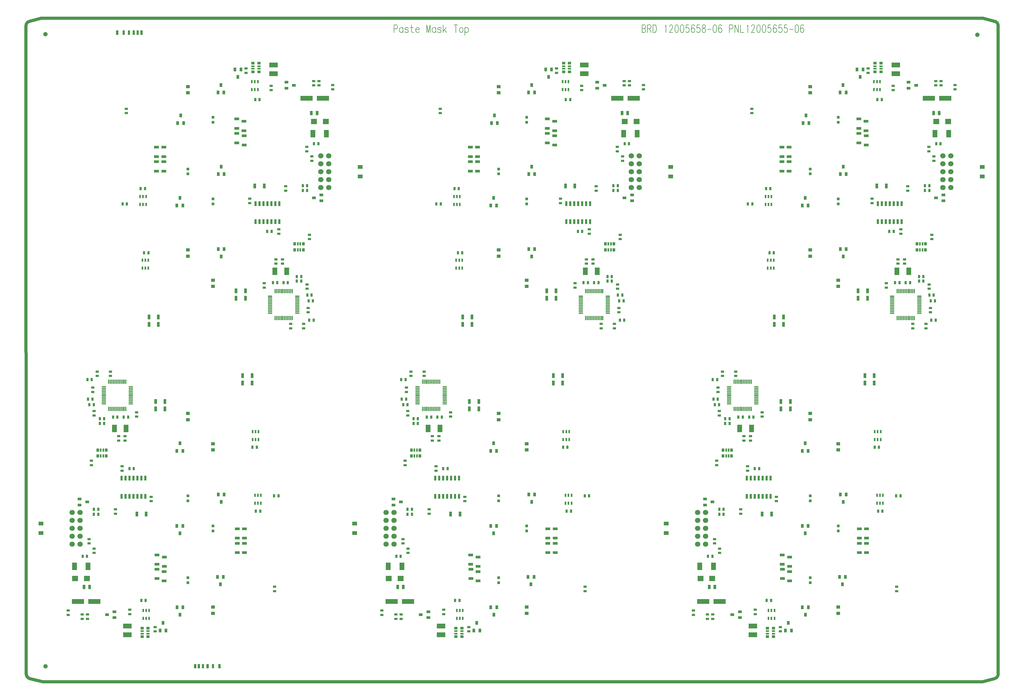
<source format=gbr>
*
G04 Job   : N:\Projects\COMUN\PSA\P07520_P2_Faceplate\C4_Not_Capacitive\12005658-18\panel_12005655\panel_12005655.pnl*
G04 User  : ESSECAE006:bolet001*
G04 Layer : 12005655-06-g11.gbr*
G04 Date  : Thu Mar 12 09:05:55 2020*
G04 equiv. Boardstation g11*
G04 Expedition Layer: Solder Paste - Top*
%ICAS*%
%MOIN*%
%FSDAX24Y24*%
%OFA0.0000B0.0000*%
G90*
G74*
%AMVB_RECTANGLE*
21,1,$1,$2,0,0,$3*
%
%ADD11C,0.00591*%
%ADD10C,0.03937*%
%ADD72C,0.06693*%
%ADD21VB_RECTANGLE,0.03150X0.03150X0.00000*%
%ADD12VB_RECTANGLE,0.03937X0.02756X0.00000*%
%ADD70VB_RECTANGLE,0.03937X0.02756X270.00000*%
%ADD15VB_RECTANGLE,0.04331X0.01772X180.00000*%
%ADD30VB_RECTANGLE,0.04331X0.01772X90.00000*%
%ADD19VB_RECTANGLE,0.04331X0.01969X270.00000*%
%ADD16VB_RECTANGLE,0.04331X0.03150X180.00000*%
%ADD31VB_RECTANGLE,0.04331X0.03150X90.00000*%
%ADD29VB_RECTANGLE,0.04724X0.03150X180.00000*%
%ADD17VB_RECTANGLE,0.04724X0.03150X90.00000*%
%ADD13VB_RECTANGLE,0.04724X0.03937X0.00000*%
%ADD23VB_RECTANGLE,0.05118X0.01181X180.00000*%
%ADD22VB_RECTANGLE,0.05118X0.01181X90.00000*%
%ADD28VB_RECTANGLE,0.05118X0.03150X90.00000*%
%ADD71VB_RECTANGLE,0.05906X0.03150X180.00000*%
%ADD14VB_RECTANGLE,0.05906X0.03150X270.00000*%
%ADD20VB_RECTANGLE,0.05906X0.04724X180.00000*%
%ADD73VB_RECTANGLE,0.06299X0.02362X270.00000*%
%ADD24VB_RECTANGLE,0.06299X0.09449X180.00000*%
%ADD25VB_RECTANGLE,0.07480X0.06693X0.00000*%
%ADD27VB_RECTANGLE,0.09055X0.06299X270.00000*%
%ADD18VB_RECTANGLE,0.10630X0.06299X0.00000*%
%ADD26VB_RECTANGLE,0.15157X0.06299X0.00000*%
G01*
G36*
X-110218Y079424D02*
Y079668D01*
X-110462*
G02X-110464Y079707I000283J000039*
X-110179Y079992I000285*
X-110139Y079990J000285*
G01Y079746*
X-109896*
G02X-109893Y079707I000283J000039*
X-110179Y079422I000286*
X-110218Y079424J000285*
G01Y079990D02*
Y079746D01*
X-110462*
G03X-110464Y079707I000283J000039*
X-110179Y079422I000285*
X-110139Y079424J000285*
G01Y079668*
X-109896*
G03X-109893Y079707I000283J000039*
X-110179Y079992I000286*
X-110218Y079990J000285*
G01X-110211Y-000339D02*
Y-000095D01*
X-110454*
G02X-110457Y-000056I000282J000039*
X-110172Y000229I000285*
X-110132Y000227J000285*
G01Y-000017*
X-109889*
G02X-109886Y-000056I000283J000039*
X-110172Y-000341I000286*
X-110211Y-000339J000285*
G01Y000227D02*
Y-000017D01*
X-110454*
G03X-110457Y-000056I000282J000039*
X-110172Y-000341I000285*
X-110132Y-000339J000285*
G01Y-000095*
X-109889*
G03X-109886Y-000056I000283J000039*
X-110172Y000229I000286*
X-110211Y000227J000285*
G01X-101269Y079626D02*
X-100993D01*
Y080177*
X-101269*
Y079626*
X-100442D02*
X-100167D01*
Y080177*
X-100442*
Y079626*
X-099773D02*
X-099497D01*
Y080177*
X-099773*
Y079626*
X-099182D02*
X-098907D01*
Y080177*
X-099182*
Y079626*
X-098671D02*
X-098395D01*
Y080177*
X-098671*
Y079626*
X-098198D02*
X-097923D01*
Y080177*
X-098198*
Y079626*
X-091435Y-000324D02*
X-091160D01*
Y000228*
X-091435*
Y-000324*
X-090963D02*
X-090687D01*
Y000228*
X-090963*
Y-000324*
X-090451D02*
X-090175D01*
Y000228*
X-090451*
Y-000324*
X-089861D02*
X-089585D01*
Y000228*
X-089861*
Y-000324*
X-089191D02*
X-088916D01*
Y000228*
X-089191*
Y-000324*
X-088364D02*
X-088089D01*
Y000228*
X-088364*
Y-000324*
X007331Y079353D02*
Y079596D01*
X007088*
G02X007085Y079635I000282J000039*
X007370Y079921I000285*
X007410Y079918J000286*
G01Y079675*
X007653*
G02X007656Y079635I000283J000040*
X007370Y079350I000286*
X007331Y079353J000285*
G01Y079918D02*
Y079675D01*
X007088*
G03X007085Y079635I000282J000040*
X007370Y079350I000285*
X007410Y079353J000285*
G01Y079596*
X007653*
G03X007656Y079635I000283J000039*
X007370Y079921I000286*
X007331Y079918J000286*
G37*
G54D10*
G01X009563Y-001602D02*
X008151Y-001987D01*
G02X007995Y-002008I000156J000570*
G01X-110504*
G02X-110658Y-001987J000591*
G01X-112161Y-001602*
G02X-112598Y-001032I000154J000570*
G01Y-001031*
X-112638Y080764*
G02X-112197Y081335I000591J000001*
G01X-110697Y081713*
G02X-110546Y081732I000151J000571*
X-110543J000590*
G01X007953*
G02X008102Y081713I000002J000590*
G01X009563Y081339*
G02X010000Y080768I000154J000571*
G01Y-001031*
Y-001032*
G02X009563Y-001602I000591*
G54D11*
G01X-066218Y079921D02*
Y080905D01*
X-065936*
X-065842Y080846*
X-065811Y080801*
X-065780Y080712*
Y080577*
X-065811Y080473*
X-065842Y080428*
X-065936Y080384*
X-066218*
X-065091Y080428D02*
X-065164Y080518D01*
X-065237Y080563*
X-065352*
X-065425Y080518*
X-065498Y080428*
X-065529Y080294*
Y080190*
X-065498Y080055*
X-065425Y079966*
X-065352Y079921*
X-065237*
X-065164Y079966*
X-065091Y080055*
Y080563D02*
Y079921D01*
X-064402Y080428D02*
X-064443Y080518D01*
X-064558Y080563*
X-064684*
X-064809Y080518*
X-064840Y080428*
X-064809Y080339*
X-064725Y080294*
X-064527Y080249*
X-064443Y080190*
X-064402Y080100*
Y080055*
X-064443Y079966*
X-064558Y079921*
X-064684*
X-064809Y079966*
X-064840Y080055*
X-064151Y080563D02*
X-063765D01*
X-063995Y080891D02*
Y080100D01*
X-063932Y079966*
X-063817Y079921*
X-063713*
X-063462Y080294D02*
X-063024D01*
Y080384*
X-063055Y080473*
X-063097Y080518*
X-063170Y080563*
X-063285*
X-063358Y080518*
X-063431Y080428*
X-063462Y080294*
Y080190*
X-063431Y080055*
X-063358Y079966*
X-063285Y079921*
X-063170*
X-063097Y079966*
X-063024Y080055*
X-062084Y079921D02*
Y080905D01*
X-061865Y079921*
X-061646Y080905*
Y079921*
X-060957Y080428D02*
X-061030Y080518D01*
X-061103Y080563*
X-061218*
X-061291Y080518*
X-061364Y080428*
X-061395Y080294*
Y080190*
X-061364Y080055*
X-061291Y079966*
X-061218Y079921*
X-061103*
X-061030Y079966*
X-060957Y080055*
Y080563D02*
Y079921D01*
X-060268Y080428D02*
X-060310Y080518D01*
X-060424Y080563*
X-060550*
X-060675Y080518*
X-060706Y080428*
X-060675Y080339*
X-060591Y080294*
X-060393Y080249*
X-060310Y080190*
X-060268Y080100*
Y080055*
X-060310Y079966*
X-060424Y079921*
X-060550*
X-060675Y079966*
X-060706Y080055*
X-060017Y080891D02*
Y079921D01*
X-059861Y080294D02*
X-059579Y079921D01*
X-059621Y080563D02*
X-060017Y080100D01*
X-058639Y080905D02*
X-058201D01*
X-058420D02*
Y079921D01*
X-057783Y080563D02*
X-057857Y080518D01*
X-057919Y080428*
X-057950Y080294*
Y080190*
X-057919Y080055*
X-057857Y079966*
X-057783Y079921*
X-057679*
X-057616Y079966*
X-057543Y080055*
X-057512Y080190*
Y080294*
X-057543Y080428*
X-057616Y080518*
X-057679Y080563*
X-057783*
X-057262Y080428D02*
X-057199Y080518D01*
X-057115Y080563*
X-057011*
X-056938Y080518*
X-056854Y080428*
X-056823Y080294*
Y080190*
X-056854Y080055*
X-056938Y079966*
X-057011Y079921*
X-057115*
X-057199Y079966*
X-057262Y080055*
Y080563D02*
Y079593D01*
X-034918Y080428D02*
X-034637D01*
X-034543Y080384*
X-034511Y080339*
X-034480Y080249*
Y080100*
X-034511Y080011*
X-034543Y079966*
X-034637Y079921*
X-034918*
Y080905*
X-034637*
X-034543Y080846*
X-034511Y080801*
X-034480Y080712*
Y080622*
X-034511Y080533*
X-034543Y080473*
X-034637Y080428*
X-034229Y079921D02*
Y080905D01*
X-033948*
X-033854Y080846*
X-033822Y080801*
X-033791Y080712*
Y080622*
X-033822Y080533*
X-033854Y080473*
X-033948Y080428*
X-034229*
X-034010D02*
X-033791Y079921D01*
X-033540Y080905D02*
X-033321D01*
X-033227Y080846*
X-033165Y080756*
X-033133Y080667*
X-033102Y080533*
Y080294*
X-033133Y080160*
X-033165Y080055*
X-033227Y079966*
X-033321Y079921*
X-033540*
Y080905*
X-031996Y080712D02*
X-031954Y080756D01*
X-031902Y080891*
Y079921*
X-031442Y080667D02*
Y080712D01*
X-031411Y080801*
X-031380Y080846*
X-031317Y080905*
X-031192*
X-031129Y080846*
X-031098Y080801*
X-031066Y080712*
Y080622*
X-031098Y080533*
X-031160Y080384*
X-031474Y079921*
X-031035*
X-030597Y080891D02*
X-030691Y080846D01*
X-030753Y080712*
X-030785Y080473*
Y080339*
X-030753Y080100*
X-030691Y079966*
X-030597Y079921*
X-030534*
X-030440Y079966*
X-030377Y080100*
X-030346Y080339*
Y080473*
X-030377Y080712*
X-030440Y080846*
X-030534Y080891*
X-030597*
X-029908D02*
X-030002Y080846D01*
X-030064Y080712*
X-030096Y080473*
Y080339*
X-030064Y080100*
X-030002Y079966*
X-029908Y079921*
X-029845*
X-029751Y079966*
X-029689Y080100*
X-029657Y080339*
Y080473*
X-029689Y080712*
X-029751Y080846*
X-029845Y080891*
X-029908*
X-029031D02*
X-029344D01*
X-029375Y080473*
X-029344Y080518*
X-029250Y080563*
X-029156*
X-029062Y080518*
X-029000Y080428*
X-028968Y080294*
Y080190*
X-029000Y080055*
X-029062Y079966*
X-029156Y079921*
X-029250*
X-029344Y079966*
X-029375Y080011*
X-029407Y080100*
X-028311Y080756D02*
X-028342Y080846D01*
X-028446Y080891*
X-028519*
X-028624Y080846*
X-028686Y080712*
X-028718Y080473*
Y080249*
X-028686Y080055*
X-028624Y079966*
X-028519Y079921*
X-028488*
X-028384Y079966*
X-028311Y080055*
X-028279Y080190*
Y080249*
X-028311Y080384*
X-028384Y080473*
X-028488Y080518*
X-028519*
X-028624Y080473*
X-028686Y080384*
X-028718Y080249*
X-027653Y080891D02*
X-027966D01*
X-027997Y080473*
X-027966Y080518*
X-027872Y080563*
X-027778*
X-027684Y080518*
X-027622Y080428*
X-027590Y080294*
Y080190*
X-027622Y080055*
X-027684Y079966*
X-027778Y079921*
X-027872*
X-027966Y079966*
X-027997Y080011*
X-028029Y080100*
X-027183Y080891D02*
X-027277Y080846D01*
X-027308Y080756*
Y080667*
X-027277Y080563*
X-027215Y080518*
X-027089Y080473*
X-026995Y080428*
X-026933Y080339*
X-026901Y080249*
Y080100*
X-026933Y080011*
X-026964Y079966*
X-027058Y079921*
X-027183*
X-027277Y079966*
X-027308Y080011*
X-027340Y080100*
Y080249*
X-027308Y080339*
X-027246Y080428*
X-027152Y080473*
X-027027Y080518*
X-026964Y080563*
X-026933Y080667*
Y080756*
X-026964Y080846*
X-027058Y080891*
X-027183*
X-026651Y080339D02*
X-026212D01*
X-025774Y080891D02*
X-025868Y080846D01*
X-025931Y080712*
X-025962Y080473*
Y080339*
X-025931Y080100*
X-025868Y079966*
X-025774Y079921*
X-025711*
X-025617Y079966*
X-025555Y080100*
X-025523Y080339*
Y080473*
X-025555Y080712*
X-025617Y080846*
X-025711Y080891*
X-025774*
X-024866Y080756D02*
X-024897Y080846D01*
X-025001Y080891*
X-025075*
X-025179Y080846*
X-025242Y080712*
X-025273Y080473*
Y080249*
X-025242Y080055*
X-025179Y079966*
X-025075Y079921*
X-025043*
X-024939Y079966*
X-024866Y080055*
X-024834Y080190*
Y080249*
X-024866Y080384*
X-024939Y080473*
X-025043Y080518*
X-025075*
X-025179Y080473*
X-025242Y080384*
X-025273Y080249*
X-023895Y079921D02*
Y080905D01*
X-023613*
X-023519Y080846*
X-023488Y080801*
X-023457Y080712*
Y080577*
X-023488Y080473*
X-023519Y080428*
X-023613Y080384*
X-023895*
X-023206Y079921D02*
Y080905D01*
X-022768Y079921*
Y080905*
X-022517D02*
Y079921D01*
X-022079*
X-021661Y080712D02*
X-021619Y080756D01*
X-021567Y080891*
Y079921*
X-021108Y080667D02*
Y080712D01*
X-021077Y080801*
X-021045Y080846*
X-020983Y080905*
X-020857*
X-020795Y080846*
X-020763Y080801*
X-020732Y080712*
Y080622*
X-020763Y080533*
X-020826Y080384*
X-021139Y079921*
X-020701*
X-020262Y080891D02*
X-020356Y080846D01*
X-020419Y080712*
X-020450Y080473*
Y080339*
X-020419Y080100*
X-020356Y079966*
X-020262Y079921*
X-020200*
X-020106Y079966*
X-020043Y080100*
X-020012Y080339*
Y080473*
X-020043Y080712*
X-020106Y080846*
X-020200Y080891*
X-020262*
X-019573D02*
X-019667Y080846D01*
X-019730Y080712*
X-019761Y080473*
Y080339*
X-019730Y080100*
X-019667Y079966*
X-019573Y079921*
X-019511*
X-019417Y079966*
X-019354Y080100*
X-019323Y080339*
Y080473*
X-019354Y080712*
X-019417Y080846*
X-019511Y080891*
X-019573*
X-018696D02*
X-019010D01*
X-019041Y080473*
X-019010Y080518*
X-018916Y080563*
X-018822*
X-018728Y080518*
X-018665Y080428*
X-018634Y080294*
Y080190*
X-018665Y080055*
X-018728Y079966*
X-018822Y079921*
X-018916*
X-019010Y079966*
X-019041Y080011*
X-019072Y080100*
X-017976Y080756D02*
X-018007Y080846D01*
X-018112Y080891*
X-018185*
X-018289Y080846*
X-018352Y080712*
X-018383Y080473*
Y080249*
X-018352Y080055*
X-018289Y079966*
X-018185Y079921*
X-018154*
X-018049Y079966*
X-017976Y080055*
X-017945Y080190*
Y080249*
X-017976Y080384*
X-018049Y080473*
X-018154Y080518*
X-018185*
X-018289Y080473*
X-018352Y080384*
X-018383Y080249*
X-017319Y080891D02*
X-017632D01*
X-017663Y080473*
X-017632Y080518*
X-017538Y080563*
X-017444*
X-017350Y080518*
X-017287Y080428*
X-017256Y080294*
Y080190*
X-017287Y080055*
X-017350Y079966*
X-017444Y079921*
X-017538*
X-017632Y079966*
X-017663Y080011*
X-017694Y080100*
X-016630Y080891D02*
X-016943D01*
X-016974Y080473*
X-016943Y080518*
X-016849Y080563*
X-016755*
X-016661Y080518*
X-016598Y080428*
X-016567Y080294*
Y080190*
X-016598Y080055*
X-016661Y079966*
X-016755Y079921*
X-016849*
X-016943Y079966*
X-016974Y080011*
X-017005Y080100*
X-016316Y080339D02*
X-015878D01*
X-015440Y080891D02*
X-015533Y080846D01*
X-015596Y080712*
X-015627Y080473*
Y080339*
X-015596Y080100*
X-015533Y079966*
X-015440Y079921*
X-015377*
X-015283Y079966*
X-015220Y080100*
X-015189Y080339*
Y080473*
X-015220Y080712*
X-015283Y080846*
X-015377Y080891*
X-015440*
X-014531Y080756D02*
X-014563Y080846D01*
X-014667Y080891*
X-014740*
X-014845Y080846*
X-014907Y080712*
X-014938Y080473*
Y080249*
X-014907Y080055*
X-014845Y079966*
X-014740Y079921*
X-014709*
X-014604Y079966*
X-014531Y080055*
X-014500Y080190*
Y080249*
X-014531Y080384*
X-014604Y080473*
X-014709Y080518*
X-014740*
X-014845Y080473*
X-014907Y080384*
X-014938Y080249*
G54D12*
X-107311Y006438D03*
Y006989D03*
X-105559Y005931D03*
Y006482D03*
X-104890Y005931D03*
Y006482D03*
X-104671Y015443D03*
Y015995D03*
X-104382Y025339D03*
Y025890D03*
X-104213Y034564D03*
Y035116D03*
X-104058Y031594D03*
Y032145D03*
X-104028Y014253D03*
Y014804D03*
X-103648Y036587D03*
Y037138D03*
X-101988Y036583D03*
Y037135D03*
X-101359Y019207D03*
Y019759D03*
X-100957Y028438D03*
Y028989D03*
X-100497Y024641D03*
Y025192D03*
X-100130Y028426D03*
Y028977D03*
X-099961Y069745D03*
Y070296D03*
X-099531Y006536D03*
Y007087D03*
X-098672Y031442D03*
Y031993D03*
X-096846Y020784D03*
Y021335D03*
X-096350Y004351D03*
Y004902D03*
X-084894Y074831D03*
Y075382D03*
X-084398Y058398D03*
Y058949D03*
X-082572Y047740D03*
Y048291D03*
X-081713Y072646D03*
Y073197D03*
X-081284Y009437D03*
Y009988D03*
X-081115Y050756D03*
Y051307D03*
X-080748Y054541D03*
Y055092D03*
X-080288Y050744D03*
Y051295D03*
X-079886Y059974D03*
Y060526D03*
X-079256Y042598D03*
Y043150D03*
X-077597Y042595D03*
Y043146D03*
X-077217Y064929D03*
Y065480D03*
X-077187Y047588D03*
Y048139D03*
X-077032Y044617D03*
Y045169D03*
X-076863Y053843D03*
Y054394D03*
X-076573Y063738D03*
Y064290D03*
X-076355Y073251D03*
Y073802D03*
X-075686Y073251D03*
Y073802D03*
X-073934Y072744D03*
Y073295D03*
X-067732Y006438D03*
Y006989D03*
X-065980Y005931D03*
Y006482D03*
X-065311Y005931D03*
Y006482D03*
X-065092Y015443D03*
Y015995D03*
X-064803Y025339D03*
Y025890D03*
X-064634Y034564D03*
Y035116D03*
X-064479Y031594D03*
Y032145D03*
X-064449Y014253D03*
Y014804D03*
X-064069Y036587D03*
Y037138D03*
X-062409Y036583D03*
Y037135D03*
X-061780Y019207D03*
Y019759D03*
X-061378Y028438D03*
Y028989D03*
X-060918Y024641D03*
Y025192D03*
X-060551Y028426D03*
Y028977D03*
X-060382Y069745D03*
Y070296D03*
X-059953Y006536D03*
Y007087D03*
X-059094Y031442D03*
Y031993D03*
X-057268Y020784D03*
Y021335D03*
X-056772Y004351D03*
Y004902D03*
X-045709Y074831D03*
Y075382D03*
X-045213Y058398D03*
Y058949D03*
X-043387Y047740D03*
Y048291D03*
X-042528Y072646D03*
Y073197D03*
X-042099Y009437D03*
Y009988D03*
X-041929Y050756D03*
Y051307D03*
X-041563Y054541D03*
Y055092D03*
X-041103Y050744D03*
Y051295D03*
X-040701Y059974D03*
Y060526D03*
X-040071Y042598D03*
Y043150D03*
X-038411Y042595D03*
Y043146D03*
X-038032Y064929D03*
Y065480D03*
X-038001Y047588D03*
Y048139D03*
X-037846Y044617D03*
Y045169D03*
X-037677Y053843D03*
Y054394D03*
X-037388Y063738D03*
Y064290D03*
X-037170Y073251D03*
Y073802D03*
X-036500Y073251D03*
Y073802D03*
X-034748Y072744D03*
Y073295D03*
X-028429Y006438D03*
Y006989D03*
X-026677Y005931D03*
Y006482D03*
X-026007Y005931D03*
Y006482D03*
X-025789Y015443D03*
Y015995D03*
X-025500Y025339D03*
Y025890D03*
X-025331Y034564D03*
Y035116D03*
X-025176Y031594D03*
Y032145D03*
X-025145Y014253D03*
Y014804D03*
X-024766Y036587D03*
Y037138D03*
X-023106Y036583D03*
Y037135D03*
X-022476Y019207D03*
Y019759D03*
X-022074Y028438D03*
Y028989D03*
X-021614Y024641D03*
Y025192D03*
X-021248Y028426D03*
Y028977D03*
X-021078Y069745D03*
Y070296D03*
X-020649Y006536D03*
Y007087D03*
X-019790Y031442D03*
Y031993D03*
X-017964Y020784D03*
Y021335D03*
X-017468Y004351D03*
Y004902D03*
X-006417Y074831D03*
Y075382D03*
X-005921Y058398D03*
Y058949D03*
X-004095Y047740D03*
Y048291D03*
X-003236Y072646D03*
Y073197D03*
X-002807Y009437D03*
Y009988D03*
X-002638Y050756D03*
Y051307D03*
X-002271Y054541D03*
Y055092D03*
X-001811Y050744D03*
Y051295D03*
X-001409Y059974D03*
Y060526D03*
X-000780Y042598D03*
Y043150D03*
X000880Y042595D03*
Y043146D03*
X001260Y064929D03*
Y065480D03*
X001290Y047588D03*
Y048139D03*
X001445Y044617D03*
Y045169D03*
X001614Y053843D03*
Y054394D03*
X001903Y063738D03*
Y064290D03*
X002122Y073251D03*
Y073802D03*
X002791Y073251D03*
Y073802D03*
X004543Y072744D03*
Y073295D03*
G54D13*
X-092197Y031063D03*
Y031850D03*
Y051693D03*
Y052480D03*
Y072319D03*
Y073106D03*
X-089047Y006627D03*
Y007414D03*
Y027253D03*
Y028040D03*
Y047883D03*
Y048670D03*
X-053012Y031063D03*
Y031850D03*
Y051693D03*
Y052480D03*
Y072319D03*
Y073106D03*
X-049469Y006627D03*
Y007414D03*
Y027253D03*
Y028040D03*
Y047883D03*
Y048670D03*
X-013720Y031063D03*
Y031850D03*
Y051693D03*
Y052480D03*
Y072319D03*
Y073106D03*
X-010165Y006627D03*
Y007414D03*
Y027253D03*
Y028040D03*
Y047883D03*
Y048670D03*
G54D14*
X-098653Y019166D03*
X-097472D03*
X-097126Y043103D03*
Y044032D03*
X-096287Y032414D03*
Y033343D03*
X-095945Y043103D03*
Y044032D03*
X-095106Y032414D03*
Y033343D03*
X-086139Y046390D03*
Y047319D03*
X-085300Y035701D03*
Y036630D03*
X-084957Y046390D03*
Y047319D03*
X-084119Y035701D03*
Y036630D03*
X-083772Y060567D03*
X-082591D03*
X-059075Y019166D03*
X-057894D03*
X-057547Y043103D03*
Y044032D03*
X-056709Y032414D03*
Y033343D03*
X-056366Y043103D03*
Y044032D03*
X-055527Y032414D03*
Y033343D03*
X-046953Y046390D03*
Y047319D03*
X-046114Y035701D03*
Y036630D03*
X-045772Y046390D03*
Y047319D03*
X-044933Y035701D03*
Y036630D03*
X-044587Y060567D03*
X-043406D03*
X-019771Y019166D03*
X-018590D03*
X-018244Y043103D03*
Y044032D03*
X-017405Y032414D03*
Y033343D03*
X-017063Y043103D03*
Y044032D03*
X-016224Y032414D03*
Y033343D03*
X-007662Y046390D03*
Y047319D03*
X-006823Y035701D03*
Y036630D03*
X-006480Y046390D03*
Y047319D03*
X-005642Y035701D03*
Y036630D03*
X-005295Y060567D03*
X-004114D03*
G54D15*
X-097984Y004064D03*
Y004379D03*
X-097236Y004064D03*
Y004379D03*
X-084008Y075354D03*
Y075669D03*
X-083260Y075354D03*
Y075669D03*
X-058406Y004064D03*
Y004379D03*
X-057657Y004064D03*
Y004379D03*
X-044823Y075354D03*
Y075669D03*
X-044075Y075354D03*
Y075669D03*
X-019102Y004064D03*
Y004379D03*
X-018354Y004064D03*
Y004379D03*
X-005531Y075354D03*
Y075669D03*
X-004783Y075354D03*
Y075669D03*
G54D16*
X-097984Y003680D03*
Y004763D03*
X-097236Y003680D03*
Y004763D03*
X-084008Y074970D03*
Y076053D03*
X-083260Y074970D03*
Y076053D03*
X-058406Y003680D03*
Y004763D03*
X-057657Y003680D03*
Y004763D03*
X-044823Y074970D03*
Y076053D03*
X-044075Y074970D03*
Y076053D03*
X-019102Y003680D03*
Y004763D03*
X-018354Y003680D03*
Y004763D03*
X-005531Y074970D03*
Y076053D03*
X-004783Y074970D03*
Y076053D03*
G54D17*
X-095720Y004471D03*
X-095346Y005416D03*
X-094972Y004471D03*
X-093598Y017674D03*
Y027131D03*
Y058106D03*
X-093579Y007391D03*
X-093500Y068500D03*
X-093224Y016729D03*
Y028076D03*
Y059051D03*
X-093205Y006446D03*
X-093126Y069445D03*
X-092850Y017674D03*
Y027131D03*
Y058106D03*
X-092831Y007391D03*
X-092752Y068500D03*
X-088493Y011233D03*
X-088414Y072342D03*
X-088394Y021627D03*
Y052602D03*
Y062059D03*
X-088119Y010288D03*
X-088040Y073287D03*
X-088020Y020682D03*
Y051657D03*
Y063004D03*
X-087745Y011233D03*
X-087666Y072342D03*
X-087646Y021627D03*
Y052602D03*
Y062059D03*
X-086272Y075262D03*
X-085898Y074317D03*
X-085524Y075262D03*
X-056142Y004471D03*
X-055768Y005416D03*
X-055394Y004471D03*
X-054020Y017674D03*
Y027131D03*
Y058106D03*
X-054000Y007391D03*
X-053921Y068500D03*
X-053646Y016729D03*
Y028076D03*
Y059051D03*
X-053626Y006446D03*
X-053547Y069445D03*
X-053272Y017674D03*
Y027131D03*
Y058106D03*
X-053252Y007391D03*
X-053173Y068500D03*
X-049307Y011233D03*
X-049229Y072342D03*
X-049209Y021627D03*
Y052602D03*
Y062059D03*
X-048933Y010288D03*
X-048855Y073287D03*
X-048835Y020682D03*
Y051657D03*
Y063004D03*
X-048559Y011233D03*
X-048481Y072342D03*
X-048461Y021627D03*
Y052602D03*
Y062059D03*
X-047087Y075262D03*
X-046713Y074317D03*
X-046339Y075262D03*
X-016838Y004471D03*
X-016464Y005416D03*
X-016090Y004471D03*
X-014716Y017674D03*
Y027131D03*
Y058106D03*
X-014696Y007391D03*
X-014618Y068500D03*
X-014342Y016729D03*
Y028076D03*
Y059051D03*
X-014322Y006446D03*
X-014244Y069445D03*
X-013968Y017674D03*
Y027131D03*
Y058106D03*
X-013948Y007391D03*
X-013870Y068500D03*
X-010016Y011233D03*
X-009937Y072342D03*
X-009917Y021627D03*
Y052602D03*
Y062059D03*
X-009642Y010288D03*
X-009563Y073287D03*
X-009543Y020682D03*
Y051657D03*
Y063004D03*
X-009268Y011233D03*
X-009189Y072342D03*
X-009169Y021627D03*
Y052602D03*
Y062059D03*
X-007795Y075262D03*
X-007421Y074317D03*
X-007047Y075262D03*
G54D18*
X-099842Y003910D03*
Y005013D03*
X-081402Y074720D03*
Y075823D03*
X-060264Y003910D03*
Y005013D03*
X-042217Y074720D03*
Y075823D03*
X-020960Y003910D03*
Y005013D03*
X-002925Y074720D03*
Y075823D03*
G54D19*
X-098236Y058209D03*
Y059209D03*
X-097945Y050178D03*
Y051178D03*
X-097862Y058209D03*
Y059209D03*
X-097854Y006001D03*
Y007001D03*
X-097571Y050178D03*
Y051178D03*
X-097488Y058209D03*
Y059209D03*
X-097480Y006001D03*
Y007001D03*
X-097197Y050178D03*
Y051178D03*
X-097106Y006001D03*
Y007001D03*
X-084138Y072732D03*
Y073732D03*
X-084048Y028555D03*
Y029555D03*
X-083764Y072732D03*
Y073732D03*
X-083756Y020524D03*
Y021524D03*
X-083674Y028555D03*
Y029555D03*
X-083390Y072732D03*
Y073732D03*
X-083382Y020524D03*
Y021524D03*
X-083300Y028555D03*
Y029555D03*
X-083008Y020524D03*
Y021524D03*
X-058657Y058209D03*
Y059209D03*
X-058366Y050178D03*
Y051178D03*
X-058283Y058209D03*
Y059209D03*
X-058276Y006001D03*
Y007001D03*
X-057992Y050178D03*
Y051178D03*
X-057909Y058209D03*
Y059209D03*
X-057902Y006001D03*
Y007001D03*
X-057618Y050178D03*
Y051178D03*
X-057528Y006001D03*
Y007001D03*
X-044953Y072732D03*
Y073732D03*
X-044862Y028555D03*
Y029555D03*
X-044579Y072732D03*
Y073732D03*
X-044571Y020524D03*
Y021524D03*
X-044488Y028555D03*
Y029555D03*
X-044205Y072732D03*
Y073732D03*
X-044197Y020524D03*
Y021524D03*
X-044114Y028555D03*
Y029555D03*
X-043823Y020524D03*
Y021524D03*
X-019354Y058209D03*
Y059209D03*
X-019063Y050178D03*
Y051178D03*
X-018980Y058209D03*
Y059209D03*
X-018972Y006001D03*
Y007001D03*
X-018689Y050178D03*
Y051178D03*
X-018606Y058209D03*
Y059209D03*
X-018598Y006001D03*
Y007001D03*
X-018315Y050178D03*
Y051178D03*
X-018224Y006001D03*
Y007001D03*
X-005661Y072732D03*
Y073732D03*
X-005571Y028555D03*
Y029555D03*
X-005287Y072732D03*
Y073732D03*
X-005280Y020524D03*
Y021524D03*
X-005197Y028555D03*
Y029555D03*
X-004913Y072732D03*
Y073732D03*
X-004906Y020524D03*
Y021524D03*
X-004823Y028555D03*
Y029555D03*
X-004531Y020524D03*
Y021524D03*
G54D20*
X-110758Y016763D03*
Y017963D03*
X-071179Y016763D03*
Y017963D03*
X-070487Y061770D03*
Y062970D03*
X-031876Y016763D03*
Y017963D03*
X-031301Y061770D03*
Y062970D03*
X007990Y061770D03*
Y062970D03*
G54D21*
X-092197Y010508D03*
Y011138D03*
Y020823D03*
Y021453D03*
Y062075D03*
Y062705D03*
X-089047Y017028D03*
Y017658D03*
Y058280D03*
Y058910D03*
Y068595D03*
Y069225D03*
X-053012Y010508D03*
Y011138D03*
Y020823D03*
Y021453D03*
Y062075D03*
Y062705D03*
X-049469Y017028D03*
Y017658D03*
Y058280D03*
Y058910D03*
Y068595D03*
Y069225D03*
X-013720Y010508D03*
Y011138D03*
Y020823D03*
Y021453D03*
Y062075D03*
Y062705D03*
X-010165Y017028D03*
Y017658D03*
Y058280D03*
Y058910D03*
Y068595D03*
Y069225D03*
G54D22*
X-102197Y032430D03*
Y035855D03*
X-102000Y032430D03*
Y035855D03*
X-101803Y032430D03*
Y035855D03*
X-101606Y032430D03*
Y035855D03*
X-101409Y032430D03*
Y035855D03*
X-101213Y032430D03*
Y035855D03*
X-101016Y032430D03*
Y035855D03*
X-100819Y032430D03*
Y035855D03*
X-100622Y032430D03*
Y035855D03*
X-100425Y032430D03*
Y035855D03*
X-100228Y032430D03*
Y035855D03*
X-100031Y032430D03*
Y035855D03*
X-081213Y043878D03*
Y047303D03*
X-081016Y043878D03*
Y047303D03*
X-080819Y043878D03*
Y047303D03*
X-080623Y043878D03*
Y047303D03*
X-080426Y043878D03*
Y047303D03*
X-080229Y043878D03*
Y047303D03*
X-080032Y043878D03*
Y047303D03*
X-079835Y043878D03*
Y047303D03*
X-079638Y043878D03*
Y047303D03*
X-079442Y043878D03*
Y047303D03*
X-079245Y043878D03*
Y047303D03*
X-079048Y043878D03*
Y047303D03*
X-062618Y032430D03*
Y035855D03*
X-062421Y032430D03*
Y035855D03*
X-062224Y032430D03*
Y035855D03*
X-062028Y032430D03*
Y035855D03*
X-061831Y032430D03*
Y035855D03*
X-061634Y032430D03*
Y035855D03*
X-061437Y032430D03*
Y035855D03*
X-061240Y032430D03*
Y035855D03*
X-061043Y032430D03*
Y035855D03*
X-060846Y032430D03*
Y035855D03*
X-060650Y032430D03*
Y035855D03*
X-060453Y032430D03*
Y035855D03*
X-042028Y043878D03*
Y047303D03*
X-041831Y043878D03*
Y047303D03*
X-041634Y043878D03*
Y047303D03*
X-041437Y043878D03*
Y047303D03*
X-041240Y043878D03*
Y047303D03*
X-041044Y043878D03*
Y047303D03*
X-040847Y043878D03*
Y047303D03*
X-040650Y043878D03*
Y047303D03*
X-040453Y043878D03*
Y047303D03*
X-040256Y043878D03*
Y047303D03*
X-040059Y043878D03*
Y047303D03*
X-039862Y043878D03*
Y047303D03*
X-023315Y032430D03*
Y035855D03*
X-023118Y032430D03*
Y035855D03*
X-022921Y032430D03*
Y035855D03*
X-022724Y032430D03*
Y035855D03*
X-022527Y032430D03*
Y035855D03*
X-022330Y032430D03*
Y035855D03*
X-022133Y032430D03*
Y035855D03*
X-021937Y032430D03*
Y035855D03*
X-021740Y032430D03*
Y035855D03*
X-021543Y032430D03*
Y035855D03*
X-021346Y032430D03*
Y035855D03*
X-021149Y032430D03*
Y035855D03*
X-002736Y043878D03*
Y047303D03*
X-002539Y043878D03*
Y047303D03*
X-002343Y043878D03*
Y047303D03*
X-002146Y043878D03*
Y047303D03*
X-001949Y043878D03*
Y047303D03*
X-001752Y043878D03*
Y047303D03*
X-001555Y043878D03*
Y047303D03*
X-001358Y043878D03*
Y047303D03*
X-001161Y043878D03*
Y047303D03*
X-000965Y043878D03*
Y047303D03*
X-000768Y043878D03*
Y047303D03*
X-000571Y043878D03*
Y047303D03*
G54D23*
X-102827Y033060D03*
Y033257D03*
Y033453D03*
Y033650D03*
Y033847D03*
Y034044D03*
Y034241D03*
Y034438D03*
Y034635D03*
Y034831D03*
Y035028D03*
Y035225D03*
X-099402Y033060D03*
Y033257D03*
Y033453D03*
Y033650D03*
Y033847D03*
Y034044D03*
Y034241D03*
Y034438D03*
Y034635D03*
Y034831D03*
Y035028D03*
Y035225D03*
X-081843Y044508D03*
Y044705D03*
Y044902D03*
Y045098D03*
Y045295D03*
Y045492D03*
Y045689D03*
Y045886D03*
Y046083D03*
Y046280D03*
Y046476D03*
Y046673D03*
X-078418Y044508D03*
Y044705D03*
Y044902D03*
Y045098D03*
Y045295D03*
Y045492D03*
Y045689D03*
Y045886D03*
Y046083D03*
Y046280D03*
Y046476D03*
Y046673D03*
X-063248Y033060D03*
Y033257D03*
Y033453D03*
Y033650D03*
Y033847D03*
Y034044D03*
Y034241D03*
Y034438D03*
Y034635D03*
Y034831D03*
Y035028D03*
Y035225D03*
X-059823Y033060D03*
Y033257D03*
Y033453D03*
Y033650D03*
Y033847D03*
Y034044D03*
Y034241D03*
Y034438D03*
Y034635D03*
Y034831D03*
Y035028D03*
Y035225D03*
X-042658Y044508D03*
Y044705D03*
Y044902D03*
Y045098D03*
Y045295D03*
Y045492D03*
Y045689D03*
Y045886D03*
Y046083D03*
Y046280D03*
Y046476D03*
Y046673D03*
X-039233Y044508D03*
Y044705D03*
Y044902D03*
Y045098D03*
Y045295D03*
Y045492D03*
Y045689D03*
Y045886D03*
Y046083D03*
Y046280D03*
Y046476D03*
Y046673D03*
X-023944Y033060D03*
Y033257D03*
Y033453D03*
Y033650D03*
Y033847D03*
Y034044D03*
Y034241D03*
Y034438D03*
Y034635D03*
Y034831D03*
Y035028D03*
Y035225D03*
X-020519Y033060D03*
Y033257D03*
Y033453D03*
Y033650D03*
Y033847D03*
Y034044D03*
Y034241D03*
Y034438D03*
Y034635D03*
Y034831D03*
Y035028D03*
Y035225D03*
X-003366Y044508D03*
Y044705D03*
Y044902D03*
Y045098D03*
Y045295D03*
Y045492D03*
Y045689D03*
Y045886D03*
Y046083D03*
Y046280D03*
Y046476D03*
Y046673D03*
X000059Y044508D03*
Y044705D03*
Y044902D03*
Y045098D03*
Y045295D03*
Y045492D03*
Y045689D03*
Y045886D03*
Y046083D03*
Y046280D03*
Y046476D03*
Y046673D03*
G54D24*
X-101492Y029944D03*
X-099996D03*
X-081249Y049789D03*
X-079753D03*
X-061913Y029944D03*
X-060417D03*
X-042063Y049789D03*
X-040567D03*
X-022610Y029944D03*
X-021114D03*
X-002772Y049789D03*
X-001276D03*
G54D25*
X-106441Y011036D03*
X-104945D03*
X-076300Y068697D03*
X-074804D03*
X-066862Y011036D03*
X-065366D03*
X-037114Y068697D03*
X-035618D03*
X-027559Y011036D03*
X-026063D03*
X002177Y068697D03*
X003673D03*
G54D26*
X-106081Y008115D03*
X-104014D03*
X-077231Y071618D03*
X-075164D03*
X-066502Y008115D03*
X-064435D03*
X-038046Y071618D03*
X-035979D03*
X-027198Y008115D03*
X-025131D03*
X001246Y071618D03*
X003313D03*
G54D27*
X-106514Y012568D03*
X-104801D03*
X-076443Y067165D03*
X-074731D03*
X-066935Y012568D03*
X-065222D03*
X-037258Y067165D03*
X-035546D03*
X-027631Y012568D03*
X-025919D03*
X002033Y067165D03*
X003746D03*
G54D28*
X-105319Y009969D03*
X-104610D03*
X-076634Y069764D03*
X-075926D03*
X-065740Y009969D03*
X-065031D03*
X-037449Y069764D03*
X-036740D03*
X-026437Y009969D03*
X-025728D03*
X001843Y069764D03*
X002551D03*
G54D29*
X-105866Y020306D03*
Y021055D03*
X-104921Y020681D03*
X-102413Y006465D03*
X-101468Y006091D03*
Y006839D03*
X-079776Y072894D03*
Y073642D03*
X-078831Y073268D03*
X-076323Y059052D03*
X-075379Y058678D03*
Y059427D03*
X-066287Y020306D03*
Y021055D03*
X-065343Y020681D03*
X-062835Y006465D03*
X-061890Y006091D03*
Y006839D03*
X-040591Y072894D03*
Y073642D03*
X-039646Y073268D03*
X-037138Y059052D03*
X-036193Y058678D03*
Y059427D03*
X-026984Y020306D03*
Y021055D03*
X-026039Y020681D03*
X-023531Y006465D03*
X-022586Y006091D03*
Y006839D03*
X-001299Y072894D03*
Y073642D03*
X-000354Y073268D03*
X002154Y059052D03*
X003098Y058678D03*
Y059427D03*
G54D30*
X-103209Y026477D03*
Y027225D03*
X-102894Y026477D03*
Y027225D03*
X-078351Y052508D03*
Y053256D03*
X-078036Y052508D03*
Y053256D03*
X-063630Y026477D03*
Y027225D03*
X-063315Y026477D03*
Y027225D03*
X-039166Y052508D03*
Y053256D03*
X-038851Y052508D03*
Y053256D03*
X-024326Y026477D03*
Y027225D03*
X-024011Y026477D03*
Y027225D03*
X000126Y052508D03*
Y053256D03*
X000441Y052508D03*
Y053256D03*
G54D31*
X-103592Y026477D03*
Y027225D03*
X-102510Y026477D03*
Y027225D03*
X-078735Y052508D03*
Y053256D03*
X-077652Y052508D03*
Y053256D03*
X-064014Y026477D03*
Y027225D03*
X-062931Y026477D03*
Y027225D03*
X-039549Y052508D03*
Y053256D03*
X-038467Y052508D03*
Y053256D03*
X-024710Y026477D03*
Y027225D03*
X-023628Y026477D03*
Y027225D03*
X-000258Y052508D03*
Y053256D03*
X000825Y052508D03*
Y053256D03*
G54D70*
X-105492Y013839D03*
X-104941D03*
X-104890Y036116D03*
X-104807Y033666D03*
X-104636Y032953D03*
X-104339Y036116D03*
X-104256Y033666D03*
X-104085Y032953D03*
X-104075Y019140D03*
Y019747D03*
X-103524Y019140D03*
Y019747D03*
X-103327Y030607D03*
Y031180D03*
X-102776Y030607D03*
Y031180D03*
X-101646Y031375D03*
X-101095D03*
X-100457Y058280D03*
X-100309Y031375D03*
X-099905Y058280D03*
X-099758Y031375D03*
X-099587Y024898D03*
X-099035D03*
X-098166Y060213D03*
X-098079Y008261D03*
X-097728Y052135D03*
X-097615Y060213D03*
X-097528Y008261D03*
X-097177Y052135D03*
X-084068Y027598D03*
X-083717Y071472D03*
X-083630Y019520D03*
X-083516Y027598D03*
X-083166Y071472D03*
X-083079Y019520D03*
X-082209Y054835D03*
X-081658D03*
X-081487Y048358D03*
X-081339Y021453D03*
X-080935Y048358D03*
X-080788Y021453D03*
X-080150Y048358D03*
X-079599D03*
X-078469Y048553D03*
Y049126D03*
X-077918Y048553D03*
Y049126D03*
X-077721Y059986D03*
Y060593D03*
X-077170Y059986D03*
Y060593D03*
X-077160Y046780D03*
X-076989Y046067D03*
X-076905Y043617D03*
X-076609Y046780D03*
X-076438Y046067D03*
X-076354Y043617D03*
X-076304Y065894D03*
X-075753D03*
X-065913Y013839D03*
X-065362D03*
X-065312Y036116D03*
X-065228Y033666D03*
X-065057Y032953D03*
X-064760Y036116D03*
X-064677Y033666D03*
X-064506Y032953D03*
X-064496Y019140D03*
Y019747D03*
X-063945Y019140D03*
Y019747D03*
X-063748Y030607D03*
Y031180D03*
X-063197Y030607D03*
Y031180D03*
X-062067Y031375D03*
X-061516D03*
X-060878Y058280D03*
X-060731Y031375D03*
X-060327Y058280D03*
X-060179Y031375D03*
X-060008Y024898D03*
X-059457D03*
X-058587Y060213D03*
X-058500Y008261D03*
X-058150Y052135D03*
X-058036Y060213D03*
X-057949Y008261D03*
X-057598Y052135D03*
X-044882Y027598D03*
X-044532Y071472D03*
X-044444Y019520D03*
X-044331Y027598D03*
X-043981Y071472D03*
X-043893Y019520D03*
X-043024Y054835D03*
X-042473D03*
X-042301Y048358D03*
X-042154Y021453D03*
X-041750Y048358D03*
X-041603Y021453D03*
X-040965Y048358D03*
X-040413D03*
X-039284Y048553D03*
Y049126D03*
X-038733Y048553D03*
Y049126D03*
X-038536Y059986D03*
Y060593D03*
X-037985Y059986D03*
Y060593D03*
X-037975Y046780D03*
X-037804Y046067D03*
X-037720Y043617D03*
X-037423Y046780D03*
X-037252Y046067D03*
X-037169Y043617D03*
X-037118Y065894D03*
X-036567D03*
X-026610Y013839D03*
X-026059D03*
X-026008Y036116D03*
X-025925Y033666D03*
X-025754Y032953D03*
X-025457Y036116D03*
X-025373Y033666D03*
X-025202Y032953D03*
X-025193Y019140D03*
Y019747D03*
X-024641Y019140D03*
Y019747D03*
X-024444Y030607D03*
Y031180D03*
X-023893Y030607D03*
Y031180D03*
X-022764Y031375D03*
X-022212D03*
X-021574Y058280D03*
X-021427Y031375D03*
X-021023Y058280D03*
X-020876Y031375D03*
X-020704Y024898D03*
X-020153D03*
X-019284Y060213D03*
X-019196Y008261D03*
X-018846Y052135D03*
X-018733Y060213D03*
X-018645Y008261D03*
X-018295Y052135D03*
X-005591Y027598D03*
X-005240Y071472D03*
X-005153Y019520D03*
X-005039Y027598D03*
X-004689Y071472D03*
X-004602Y019520D03*
X-003732Y054835D03*
X-003181D03*
X-003010Y048358D03*
X-002862Y021453D03*
X-002458Y048358D03*
X-002311Y021453D03*
X-001673Y048358D03*
X-001122D03*
X000008Y048553D03*
Y049126D03*
X000559Y048553D03*
Y049126D03*
X000756Y059986D03*
Y060593D03*
X001307Y059986D03*
Y060593D03*
X001317Y046780D03*
X001488Y046067D03*
X001572Y043617D03*
X001868Y046780D03*
X002039Y046067D03*
X002123Y043617D03*
X002173Y065894D03*
X002724D03*
G54D71*
X-096169Y062438D03*
Y063619D03*
Y064272D03*
Y065453D03*
X-096120Y012827D03*
Y014008D03*
X-096104Y011020D03*
Y012201D03*
X-095252Y062438D03*
Y063619D03*
Y064272D03*
Y065453D03*
X-095195Y010721D03*
Y011902D03*
X-095186Y012552D03*
Y013733D03*
X-086058Y066000D03*
Y067181D03*
X-086050Y067831D03*
Y069012D03*
X-085993Y014280D03*
Y015461D03*
Y016114D03*
Y017295D03*
X-085141Y067532D03*
Y068713D03*
X-085125Y065725D03*
Y066906D03*
X-085075Y014280D03*
Y015461D03*
Y016114D03*
Y017295D03*
X-056591Y062438D03*
Y063619D03*
Y064272D03*
Y065453D03*
X-056541Y012827D03*
Y014008D03*
X-056525Y011020D03*
Y012201D03*
X-055673Y062438D03*
Y063619D03*
Y064272D03*
Y065453D03*
X-055616Y010721D03*
Y011902D03*
X-055608Y012552D03*
Y013733D03*
X-046873Y066000D03*
Y067181D03*
X-046864Y067831D03*
Y069012D03*
X-046807Y014280D03*
Y015461D03*
Y016114D03*
Y017295D03*
X-045956Y067532D03*
Y068713D03*
X-045939Y065725D03*
Y066906D03*
X-045890Y014280D03*
Y015461D03*
Y016114D03*
Y017295D03*
X-017287Y062438D03*
Y063619D03*
Y064272D03*
Y065453D03*
X-017238Y012827D03*
Y014008D03*
X-017222Y011020D03*
Y012201D03*
X-016370Y062438D03*
Y063619D03*
Y064272D03*
Y065453D03*
X-016313Y010721D03*
Y011902D03*
X-016304Y012552D03*
Y013733D03*
X-007581Y066000D03*
Y067181D03*
X-007573Y067831D03*
Y069012D03*
X-007516Y014280D03*
Y015461D03*
Y016114D03*
Y017295D03*
X-006664Y067532D03*
Y068713D03*
X-006648Y065725D03*
Y066906D03*
X-006598Y014280D03*
Y015461D03*
Y016114D03*
Y017295D03*
G54D72*
X-106798Y015363D03*
Y016363D03*
Y017363D03*
Y018363D03*
Y019363D03*
X-105798Y015363D03*
Y016363D03*
Y017363D03*
Y018363D03*
Y019363D03*
X-075447Y060370D03*
Y061370D03*
Y062370D03*
Y063370D03*
Y064370D03*
X-074447Y060370D03*
Y061370D03*
Y062370D03*
Y063370D03*
Y064370D03*
X-067219Y015363D03*
Y016363D03*
Y017363D03*
Y018363D03*
Y019363D03*
X-066219Y015363D03*
Y016363D03*
Y017363D03*
Y018363D03*
Y019363D03*
X-036262Y060370D03*
Y061370D03*
Y062370D03*
Y063370D03*
Y064370D03*
X-035262Y060370D03*
Y061370D03*
Y062370D03*
Y063370D03*
Y064370D03*
X-027915Y015363D03*
Y016363D03*
Y017363D03*
Y018363D03*
Y019363D03*
X-026915Y015363D03*
Y016363D03*
Y017363D03*
Y018363D03*
Y019363D03*
X003030Y060370D03*
Y061370D03*
Y062370D03*
Y063370D03*
Y064370D03*
X004030Y060370D03*
Y061370D03*
Y062370D03*
Y063370D03*
Y064370D03*
G54D73*
X-100583Y021406D03*
Y023690D03*
X-100083Y021406D03*
Y023690D03*
X-099583Y021406D03*
Y023690D03*
X-099083Y021406D03*
Y023690D03*
X-098583Y021406D03*
Y023690D03*
X-098083Y021406D03*
Y023690D03*
X-097583Y021406D03*
Y023690D03*
X-083662Y056043D03*
Y058327D03*
X-083162Y056043D03*
Y058327D03*
X-082662Y056043D03*
Y058327D03*
X-082162Y056043D03*
Y058327D03*
X-081662Y056043D03*
Y058327D03*
X-081162Y056043D03*
Y058327D03*
X-080662Y056043D03*
Y058327D03*
X-061004Y021406D03*
Y023690D03*
X-060504Y021406D03*
Y023690D03*
X-060004Y021406D03*
Y023690D03*
X-059504Y021406D03*
Y023690D03*
X-059004Y021406D03*
Y023690D03*
X-058504Y021406D03*
Y023690D03*
X-058004Y021406D03*
Y023690D03*
X-044477Y056043D03*
Y058327D03*
X-043977Y056043D03*
Y058327D03*
X-043477Y056043D03*
Y058327D03*
X-042977Y056043D03*
Y058327D03*
X-042477Y056043D03*
Y058327D03*
X-041977Y056043D03*
Y058327D03*
X-041477Y056043D03*
Y058327D03*
X-021700Y021406D03*
Y023690D03*
X-021200Y021406D03*
Y023690D03*
X-020700Y021406D03*
Y023690D03*
X-020200Y021406D03*
Y023690D03*
X-019700Y021406D03*
Y023690D03*
X-019200Y021406D03*
Y023690D03*
X-018700Y021406D03*
Y023690D03*
X-005185Y056043D03*
Y058327D03*
X-004685Y056043D03*
Y058327D03*
X-004185Y056043D03*
Y058327D03*
X-003685Y056043D03*
Y058327D03*
X-003185Y056043D03*
Y058327D03*
X-002685Y056043D03*
Y058327D03*
X-002185Y056043D03*
Y058327D03*
M02*

</source>
